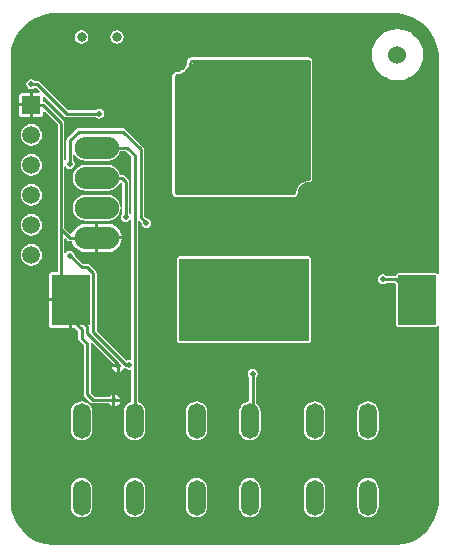
<source format=gbl>
%FSTAX23Y23*%
%MOIN*%
%SFA1B1*%

%IPPOS*%
%ADD15C,0.010000*%
%ADD16C,0.060000*%
%ADD17C,0.059050*%
%ADD18R,0.059050X0.059050*%
%ADD19O,0.059050X0.118110*%
%ADD20C,0.031500*%
%ADD21O,0.148000X0.074000*%
%ADD22C,0.019680*%
%ADD23R,0.125980X0.165350*%
%ADD24R,0.433070X0.275590*%
%ADD25R,0.049210X0.393700*%
%ADD26R,0.059050X0.393700*%
%ADD27R,0.334650X0.442910*%
%LNpcb1-1*%
%LPD*%
G36*
X00147Y01771D02*
X01289D01*
X01308Y01769*
X01327Y01764*
X01344Y01756*
X01361Y01747*
X01377Y01735*
X0139Y01721*
X01402Y01706*
X01412Y01689*
X01419Y01671*
X01424Y01652*
X01427Y01633*
Y01624*
Y00904*
X01422Y00903*
X01421Y00904*
X01417Y00906*
X01291*
X01286Y00904*
X01284Y00899*
Y00897*
X01251*
X01251Y00897*
X01246Y009*
X0124Y00901*
X01233Y009*
X01228Y00897*
X01225Y00892*
X01224Y00885*
X01225Y00879*
X01228Y00874*
X01233Y0087*
X0124Y00869*
X01246Y0087*
X01251Y00874*
X01251Y00874*
X0128*
X01284Y0087*
Y00734*
X01286Y00729*
X01291Y00727*
X01417*
X01421Y00729*
X01422Y0073*
X01427Y00729*
Y00147*
Y00137*
X01424Y00118*
X01419Y001*
X01412Y00082*
X01402Y00065*
X0139Y0005*
X01377Y00036*
X01361Y00024*
X01344Y00014*
X01327Y00007*
X01308Y00002*
X01289Y0*
X00147*
X00137*
X00118Y00002*
X001Y00007*
X00082Y00014*
X00065Y00024*
X0005Y00036*
X00036Y0005*
X00024Y00065*
X00014Y00082*
X00007Y001*
X00002Y00118*
X0Y00137*
Y00147*
Y01624*
Y01633*
X00002Y01652*
X00007Y01671*
X00014Y01689*
X00024Y01706*
X00036Y01721*
X0005Y01735*
X00065Y01747*
X00082Y01756*
X001Y01764*
X00118Y01769*
X00137Y01771*
X00147*
G37*
%LNpcb1-2*%
%LPC*%
G36*
X0119Y00478D02*
X01181Y00477D01*
X01173Y00473*
X01165Y00468*
X01159Y0046*
X01156Y00452*
X01155Y00442*
Y00383*
X01156Y00374*
X01159Y00365*
X01165Y00358*
X01173Y00352*
X01181Y00349*
X0119Y00348*
X012Y00349*
X01208Y00352*
X01216Y00358*
X01221Y00365*
X01225Y00374*
X01226Y00383*
Y00442*
X01225Y00452*
X01221Y0046*
X01216Y00468*
X01208Y00473*
X012Y00477*
X0119Y00478*
G37*
G36*
X00363Y00477D02*
X00349D01*
Y00463*
X00352Y00463*
X00358Y00467*
X00363Y00474*
X00363Y00477*
G37*
G36*
X00807Y00587D02*
X008Y00585D01*
X00795Y00582*
X00792Y00577*
X0079Y0057*
X00792Y00564*
X00795Y00559*
X00795Y00559*
Y00478*
X00787Y00477*
X00779Y00473*
X00771Y00468*
X00766Y0046*
X00762Y00452*
X00761Y00442*
Y00383*
X00762Y00374*
X00766Y00365*
X00771Y00358*
X00779Y00352*
X00787Y00349*
X00797Y00348*
X00806Y00349*
X00815Y00352*
X00822Y00358*
X00828Y00365*
X00831Y00374*
X00833Y00383*
Y00442*
X00831Y00452*
X00828Y0046*
X00822Y00468*
X00818Y00471*
Y00559*
X00818Y00559*
X00822Y00564*
X00823Y0057*
X00822Y00577*
X00818Y00582*
X00813Y00585*
X00807Y00587*
G37*
G36*
X01013Y00478D02*
X01004Y00477D01*
X00995Y00473*
X00988Y00468*
X00982Y0046*
X00979Y00452*
X00977Y00442*
Y00383*
X00979Y00374*
X00982Y00365*
X00988Y00358*
X00995Y00352*
X01004Y00349*
X01013Y00348*
X01023Y00349*
X01031Y00352*
X01039Y00358*
X01044Y00365*
X01048Y00374*
X01049Y00383*
Y00442*
X01048Y00452*
X01044Y0046*
X01039Y00468*
X01031Y00473*
X01023Y00477*
X01013Y00478*
G37*
G36*
X00994Y00961D02*
X00561D01*
X00556Y00959*
X00554Y00954*
Y00679*
X00556Y00674*
X00561Y00672*
X00994*
X00998Y00674*
X01Y00679*
Y00954*
X00998Y00959*
X00994Y00961*
G37*
G36*
X00195Y00811D02*
X00127D01*
Y00734*
X00128Y0073*
X0013Y00727*
X00133Y00724*
X00137Y00724*
X00195*
Y00811*
G37*
G36*
X00349Y00501D02*
Y00487D01*
X00363*
X00363Y0049*
X00358Y00496*
X00352Y005*
X00349Y00501*
G37*
G36*
X00353Y00591D02*
X00339D01*
X00339Y00588*
X00343Y00582*
X0035Y00577*
X00353Y00577*
Y00591*
G37*
G36*
X0062Y00222D02*
X0061Y00221D01*
X00602Y00218*
X00594Y00212*
X00589Y00204*
X00585Y00196*
X00584Y00187*
Y00127*
X00585Y00118*
X00589Y0011*
X00594Y00102*
X00602Y00096*
X0061Y00093*
X0062Y00092*
X00629Y00093*
X00638Y00096*
X00645Y00102*
X00651Y0011*
X00654Y00118*
X00655Y00127*
Y00187*
X00654Y00196*
X00651Y00204*
X00645Y00212*
X00638Y00218*
X00629Y00221*
X0062Y00222*
G37*
G36*
X00797D02*
X00787Y00221D01*
X00779Y00218*
X00771Y00212*
X00766Y00204*
X00762Y00196*
X00761Y00187*
Y00127*
X00762Y00118*
X00766Y0011*
X00771Y00102*
X00779Y00096*
X00787Y00093*
X00797Y00092*
X00806Y00093*
X00815Y00096*
X00822Y00102*
X00828Y0011*
X00831Y00118*
X00833Y00127*
Y00187*
X00831Y00196*
X00828Y00204*
X00822Y00212*
X00815Y00218*
X00806Y00221*
X00797Y00222*
G37*
G36*
X00236D02*
X00226Y00221D01*
X00218Y00218*
X0021Y00212*
X00205Y00204*
X00201Y00196*
X002Y00187*
Y00127*
X00201Y00118*
X00205Y0011*
X0021Y00102*
X00218Y00096*
X00226Y00093*
X00236Y00092*
X00245Y00093*
X00254Y00096*
X00261Y00102*
X00267Y0011*
X0027Y00118*
X00272Y00127*
Y00187*
X0027Y00196*
X00267Y00204*
X00261Y00212*
X00254Y00218*
X00245Y00221*
X00236Y00222*
G37*
G36*
X00413D02*
X00404Y00221D01*
X00395Y00218*
X00388Y00212*
X00382Y00204*
X00378Y00196*
X00377Y00187*
Y00127*
X00378Y00118*
X00382Y0011*
X00388Y00102*
X00395Y00096*
X00404Y00093*
X00413Y00092*
X00422Y00093*
X00431Y00096*
X00438Y00102*
X00444Y0011*
X00448Y00118*
X00449Y00127*
Y00187*
X00448Y00196*
X00444Y00204*
X00438Y00212*
X00431Y00218*
X00422Y00221*
X00413Y00222*
G37*
G36*
X00236Y00478D02*
X00226Y00477D01*
X00218Y00473*
X0021Y00468*
X00205Y0046*
X00201Y00452*
X002Y00442*
Y00383*
X00201Y00374*
X00205Y00365*
X0021Y00358*
X00218Y00352*
X00226Y00349*
X00236Y00348*
X00245Y00349*
X00254Y00352*
X00261Y00358*
X00267Y00365*
X0027Y00374*
X00272Y00383*
Y00442*
X0027Y00452*
X00267Y0046*
X00261Y00468*
X00254Y00473*
X00245Y00477*
X00236Y00478*
G37*
G36*
X0062D02*
X0061Y00477D01*
X00602Y00473*
X00594Y00468*
X00589Y0046*
X00585Y00452*
X00584Y00442*
Y00383*
X00585Y00374*
X00589Y00365*
X00594Y00358*
X00602Y00352*
X0061Y00349*
X0062Y00348*
X00629Y00349*
X00638Y00352*
X00645Y00358*
X00651Y00365*
X00654Y00374*
X00655Y00383*
Y00442*
X00654Y00452*
X00651Y0046*
X00645Y00468*
X00638Y00473*
X00629Y00477*
X0062Y00478*
G37*
G36*
X01013Y00222D02*
X01004Y00221D01*
X00995Y00218*
X00988Y00212*
X00982Y00204*
X00979Y00196*
X00977Y00187*
Y00127*
X00979Y00118*
X00982Y0011*
X00988Y00102*
X00995Y00096*
X01004Y00093*
X01013Y00092*
X01023Y00093*
X01031Y00096*
X01039Y00102*
X01044Y0011*
X01048Y00118*
X01049Y00127*
Y00187*
X01048Y00196*
X01044Y00204*
X01039Y00212*
X01031Y00218*
X01023Y00221*
X01013Y00222*
G37*
G36*
X0119D02*
X01181Y00221D01*
X01173Y00218*
X01165Y00212*
X01159Y00204*
X01156Y00196*
X01155Y00187*
Y00127*
X01156Y00118*
X01159Y0011*
X01165Y00102*
X01173Y00096*
X01181Y00093*
X0119Y00092*
X012Y00093*
X01208Y00096*
X01216Y00102*
X01221Y0011*
X01225Y00118*
X01226Y00127*
Y00187*
X01225Y00196*
X01221Y00204*
X01216Y00212*
X01208Y00218*
X012Y00221*
X0119Y00222*
G37*
G36*
X00063Y01461D02*
X00029D01*
Y01437*
X00029Y01433*
X00032Y01429*
X00035Y01427*
X00039Y01426*
X00063*
Y01461*
G37*
G36*
X00068Y01551D02*
X00062Y0155D01*
X00057Y01546*
X00053Y01541*
X00052Y01535*
X00053Y01529*
X00057Y01524*
X00062Y0152*
X00068Y01519*
X00075Y0152*
X0008Y01524*
X00084Y01523*
X00096Y01511*
X00094Y01506*
X00073*
Y01466*
Y01426*
X00098*
X00102Y01427*
X00105Y01429*
X00107Y01433*
X00108Y01437*
Y01443*
X00113Y01445*
X00156Y01402*
Y01053*
Y00909*
X00137*
X00133Y00909*
X0013Y00906*
X00128Y00903*
X00127Y00899*
Y00821*
X002*
Y00816*
X00205*
Y00724*
X00214*
X00225Y00713*
Y00688*
X00225Y00684*
X00228Y00681*
X00244Y00664*
Y00501*
X00245Y00497*
X00247Y00494*
X00267Y00474*
X00271Y00471*
X00275Y00471*
X00328*
X0033Y00467*
X00336Y00463*
X00339Y00463*
Y00482*
Y00501*
X00336Y005*
X0033Y00496*
X00328Y00493*
X0028*
X00267Y00506*
Y00669*
X00266Y00672*
X00271Y00674*
X0034Y00605*
X00339Y00604*
X00339Y00601*
X00358*
Y00596*
X00363*
Y00577*
X00366Y00577*
X00372Y00582*
X00376Y00588*
X00377Y00588*
X00378Y00589*
X00382Y00589*
X00382Y00588*
X00387Y00585*
X00393Y00584*
X00397Y00584*
X00402Y00581*
Y00476*
X00395Y00473*
X00388Y00468*
X00382Y0046*
X00378Y00452*
X00377Y00442*
Y00383*
X00378Y00374*
X00382Y00365*
X00388Y00358*
X00395Y00352*
X00404Y00349*
X00413Y00348*
X00422Y00349*
X00431Y00352*
X00438Y00358*
X00444Y00365*
X00448Y00374*
X00449Y00383*
Y00442*
X00448Y00452*
X00444Y0046*
X00438Y00468*
X00431Y00473*
X00424Y00476*
Y00587*
X00424Y00587*
X00425Y00591*
Y00609*
X00424Y00613*
X00424Y00613*
Y01078*
X00429Y0108*
X00436Y01073*
X00436Y01072*
X00437Y01066*
X00441Y01061*
X00446Y01057*
X00452Y01056*
X00458Y01057*
X00464Y01061*
X00467Y01066*
X00468Y01072*
X00467Y01079*
X00464Y01084*
X00458Y01087*
X00452Y01088*
X00452Y01088*
X00444Y01097*
Y01318*
X00443Y01323*
X00441Y01326*
X00381Y01385*
X00378Y01388*
X00374Y01389*
X00226*
X00222Y01388*
X00218Y01385*
X00188Y01356*
X00186Y01352*
X00185Y01348*
Y01282*
X00183Y0128*
X00178Y01282*
Y01407*
X00177Y01411*
X00175Y01415*
X00116Y01474*
X00112Y01476*
X00108Y01477*
Y01492*
X00113Y01494*
X00179Y01429*
X00182Y01426*
X00187Y01425*
X00283*
X00283Y01425*
X00289Y01422*
X00295Y0142*
X00301Y01422*
X00306Y01425*
X0031Y0143*
X00311Y01437*
X0031Y01443*
X00306Y01448*
X00301Y01451*
X00295Y01453*
X00289Y01451*
X00283Y01448*
X00283Y01448*
X00191*
X00096Y01543*
X00092Y01545*
X00088Y01546*
X0008*
X0008Y01546*
X00075Y0155*
X00068Y01551*
G37*
G36*
Y01402D02*
X00059Y01401D01*
X0005Y01397*
X00043Y01391*
X00037Y01384*
X00034Y01375*
X00033Y01366*
X00034Y01357*
X00037Y01348*
X00043Y01341*
X0005Y01335*
X00059Y01331*
X00068Y0133*
X00078Y01331*
X00086Y01335*
X00094Y01341*
X00099Y01348*
X00103Y01357*
X00104Y01366*
X00103Y01375*
X00099Y01384*
X00094Y01391*
X00086Y01397*
X00078Y01401*
X00068Y01402*
G37*
G36*
X00063Y01506D02*
X00039D01*
X00035Y01505*
X00032Y01503*
X00029Y01499*
X00029Y01496*
Y01471*
X00063*
Y01506*
G37*
G36*
X00354Y01715D02*
X00353Y01715D01*
X00353Y01715*
X00346Y01714*
X00345Y01713*
X00344Y01713*
X00339Y01709*
X00338Y01708*
X00337Y01707*
X00334Y01702*
X00333Y01701*
X00333Y017*
X00331Y01694*
X00332Y01692*
X00331Y01691*
X00333Y01685*
X00333Y01684*
X00334Y01683*
X00337Y01677*
X00338Y01677*
X00339Y01676*
X00344Y01672*
X00345Y01672*
X00346Y01671*
X00353Y0167*
X00353Y0167*
X00354Y0167*
X00354Y0167*
X00355Y0167*
X00361Y01671*
X00362Y01672*
X00364Y01672*
X00369Y01676*
X0037Y01677*
X00371Y01677*
X00374Y01683*
X00374Y01684*
X00375Y01685*
X00376Y01691*
X00376Y01692*
X00376Y01694*
X00375Y017*
X00374Y01701*
X00374Y01702*
X00371Y01707*
X0037Y01708*
X00369Y01709*
X00364Y01713*
X00362Y01713*
X00361Y01714*
X00355Y01715*
X00354Y01715*
X00354Y01715*
G37*
G36*
X00236D02*
X00235Y01715D01*
X00234Y01715*
X00228Y01714*
X00227Y01713*
X00226Y01713*
X00221Y01709*
X0022Y01708*
X00219Y01707*
X00215Y01702*
X00215Y01701*
X00215Y017*
X00213Y01694*
X00214Y01692*
X00213Y01691*
X00215Y01685*
X00215Y01684*
X00215Y01683*
X00219Y01677*
X0022Y01677*
X00221Y01676*
X00226Y01672*
X00227Y01672*
X00228Y01671*
X00234Y0167*
X00235Y0167*
X00236Y0167*
X00236Y0167*
X00237Y0167*
X00243Y01671*
X00244Y01672*
X00245Y01672*
X00251Y01676*
X00251Y01677*
X00252Y01677*
X00256Y01683*
X00256Y01684*
X00257Y01685*
X00258Y01691*
X00258Y01692*
X00258Y01694*
X00257Y017*
X00256Y01701*
X00256Y01702*
X00252Y01707*
X00251Y01708*
X00251Y01709*
X00245Y01713*
X00244Y01713*
X00243Y01714*
X00237Y01715*
X00236Y01715*
X00236Y01715*
G37*
G36*
X00994Y01625D02*
X006D01*
X00596Y01624*
X00592Y01622*
X0059Y01618*
X00589Y01614*
X00589Y01614*
X00587Y01604*
X00584Y01595*
X0058Y0159*
X00574Y01584*
X0057Y01581*
X00561Y01577*
X00551Y01576*
X00551Y01576*
X00546Y01575*
X00543Y01572*
X0054Y01569*
X00539Y01564*
Y01171*
X0054Y01166*
X00543Y01163*
X00546Y0116*
X00551Y0116*
X00944*
X00949Y0116*
X00952Y01163*
X00955Y01166*
X00956Y01171*
X00956Y01171*
X00957Y01181*
X00961Y0119*
X00967Y01198*
X00975Y01204*
X00984Y01208*
X00989Y01208*
X00994Y01209*
X00998Y0121*
X00998Y0121*
X01002Y01212*
X01004Y01216*
X01005Y0122*
Y01614*
X01004Y01618*
X01002Y01622*
X00998Y01624*
X00994Y01625*
G37*
G36*
X00068Y01302D02*
X00059Y01301D01*
X0005Y01297*
X00043Y01291*
X00037Y01284*
X00034Y01275*
X00033Y01266*
X00034Y01257*
X00037Y01248*
X00043Y01241*
X0005Y01235*
X00059Y01231*
X00068Y0123*
X00078Y01231*
X00086Y01235*
X00094Y01241*
X00099Y01248*
X00103Y01257*
X00104Y01266*
X00103Y01275*
X00099Y01284*
X00094Y01291*
X00086Y01297*
X00078Y01301*
X00068Y01302*
G37*
G36*
Y01102D02*
X00059Y01101D01*
X0005Y01097*
X00043Y01091*
X00037Y01084*
X00034Y01075*
X00033Y01066*
X00034Y01057*
X00037Y01048*
X00043Y01041*
X0005Y01035*
X00059Y01031*
X00068Y0103*
X00078Y01031*
X00086Y01035*
X00094Y01041*
X00099Y01048*
X00103Y01057*
X00104Y01066*
X00103Y01075*
X00099Y01084*
X00094Y01091*
X00086Y01097*
X00078Y01101*
X00068Y01102*
G37*
G36*
Y01002D02*
X00059Y01001D01*
X0005Y00997*
X00043Y00991*
X00037Y00984*
X00034Y00975*
X00033Y00966*
X00034Y00957*
X00037Y00948*
X00043Y00941*
X0005Y00935*
X00059Y00931*
X00068Y0093*
X00078Y00931*
X00086Y00935*
X00094Y00941*
X00099Y00948*
X00103Y00957*
X00104Y00966*
X00103Y00975*
X00099Y00984*
X00094Y00991*
X00086Y00997*
X00078Y01001*
X00068Y01002*
G37*
G36*
X01289Y01719D02*
X01289Y01719D01*
X01288Y01719*
X01273Y01717*
X01272Y01717*
X01272Y01717*
X01257Y01713*
X01256Y01712*
X01256Y01712*
X01242Y01705*
X01241Y01704*
X01241Y01704*
X01229Y01694*
X01228Y01694*
X01228Y01693*
X01218Y01681*
X01218Y01681*
X01217Y0168*
X0121Y01667*
X0121Y01666*
X0121Y01666*
X01205Y01651*
X01205Y0165*
X01205Y01649*
X01203Y01634*
X01203Y01633*
X01203Y01633*
X01205Y01617*
X01205Y01617*
X01205Y01616*
X0121Y01601*
X0121Y01601*
X0121Y016*
X01217Y01586*
X01218Y01586*
X01218Y01585*
X01228Y01573*
X01228Y01573*
X01229Y01572*
X01241Y01563*
X01241Y01562*
X01242Y01562*
X01256Y01555*
X01256Y01554*
X01257Y01554*
X01272Y0155*
X01272Y0155*
X01273Y01549*
X01288Y01548*
X01289Y01548*
X01289Y01548*
X01289Y01548*
X0129Y01548*
X01305Y01549*
X01306Y0155*
X01306Y0155*
X01321Y01554*
X01322Y01554*
X01322Y01555*
X01336Y01562*
X01336Y01562*
X01337Y01563*
X01349Y01572*
X01349Y01573*
X0135Y01573*
X0136Y01585*
X0136Y01586*
X0136Y01586*
X01368Y016*
X01368Y01601*
X01368Y01601*
X01373Y01616*
X01373Y01617*
X01373Y01617*
X01374Y01633*
X01374Y01633*
X01374Y01634*
X01373Y01649*
X01373Y0165*
X01373Y01651*
X01368Y01666*
X01368Y01666*
X01368Y01667*
X0136Y0168*
X0136Y01681*
X0136Y01681*
X0135Y01693*
X01349Y01694*
X01349Y01694*
X01337Y01704*
X01336Y01704*
X01336Y01705*
X01322Y01712*
X01322Y01712*
X01321Y01713*
X01306Y01717*
X01306Y01717*
X01305Y01717*
X0129Y01719*
X01289Y01719*
X01289Y01719*
G37*
G36*
X00068Y01202D02*
X00059Y01201D01*
X0005Y01197*
X00043Y01191*
X00037Y01184*
X00034Y01175*
X00033Y01166*
X00034Y01157*
X00037Y01148*
X00043Y01141*
X0005Y01135*
X00059Y01131*
X00068Y0113*
X00078Y01131*
X00086Y01135*
X00094Y01141*
X00099Y01148*
X00103Y01157*
X00104Y01166*
X00103Y01175*
X00099Y01184*
X00094Y01191*
X00086Y01197*
X00078Y01201*
X00068Y01202*
G37*
%LNpcb1-3*%
%LPD*%
G36*
X00402Y01294D02*
Y01105D01*
X00397Y01103*
X00395Y01105*
Y0121*
X00394Y01214*
X00391Y01218*
X00379Y01231*
X00375Y01233*
X00371Y01234*
X00365*
Y01234*
X00361Y01244*
X00354Y01253*
X00345Y0126*
X00335Y01265*
X00324Y01266*
X0025*
X00238Y01265*
X00228Y0126*
X00219Y01253*
X00212Y01244*
X00208Y01234*
X00206Y01223*
X00208Y01212*
X00212Y01201*
X00219Y01192*
X00228Y01185*
X00238Y01181*
X0025Y01179*
X00324*
X00335Y01181*
X00345Y01185*
X00354Y01192*
X00361Y01201*
X00364Y01207*
X00368Y01208*
X00372Y01204*
Y01104*
X00372Y01103*
X00368Y01098*
X00367Y01092*
X00368Y01086*
X00372Y01081*
X00377Y01077*
X00383Y01076*
X0039Y01077*
X00395Y01081*
X00397Y01083*
X00402Y01082*
Y00619*
X00397Y00615*
X00393Y00616*
X00387Y00615*
X00385Y00614*
X00286Y00713*
Y00905*
X00285Y00909*
X00283Y00913*
X00263Y00933*
X0026Y00935*
X00255Y00936*
X0024*
X00212Y00964*
X00213Y00964*
X00211Y0097*
X00208Y00975*
X00203Y00979*
X00196Y0098*
X0019Y00979*
X00185Y00975*
X00183Y00973*
X00178Y00974*
Y01019*
X00183Y01021*
X00189Y01015*
X00192Y01012*
X00197Y01012*
X00197*
X00204*
X00204Y0101*
X00208Y00999*
X00216Y00989*
X00226Y00982*
X00237Y00977*
X0025Y00975*
X00282*
Y01023*
Y0107*
X0025*
X00237Y01069*
X00226Y01064*
X00216Y01056*
X00208Y01046*
X00205Y01038*
X00199Y01036*
X00178Y01057*
Y01259*
X00183Y01261*
X00185Y01258*
X0019Y01254*
X00196Y01253*
X00203Y01254*
X00208Y01258*
X00211Y01263*
X00213Y01269*
X00211Y01275*
X00208Y01281*
X00208Y01281*
Y01299*
X00209Y013*
X00213Y013*
X00219Y01292*
X00228Y01285*
X00238Y01281*
X0025Y01279*
X00324*
X00335Y01281*
X00345Y01285*
X00354Y01292*
X00361Y01301*
X00365Y01312*
Y01312*
X00384*
X00402Y01294*
G37*
%LNpcb1-4*%
%LPC*%
G36*
X0037Y01018D02*
X00292D01*
Y00975*
X00324*
X00336Y00977*
X00347Y00982*
X00357Y00989*
X00365Y00999*
X00369Y0101*
X0037Y01018*
G37*
G36*
X00324Y01166D02*
X0025D01*
X00238Y01165*
X00228Y0116*
X00219Y01153*
X00212Y01144*
X00208Y01134*
X00206Y01123*
X00208Y01112*
X00212Y01101*
X00219Y01092*
X00228Y01085*
X00238Y01081*
X0025Y01079*
X00324*
X00335Y01081*
X00345Y01085*
X00354Y01092*
X00361Y01101*
X00365Y01112*
X00367Y01123*
X00365Y01134*
X00361Y01144*
X00354Y01153*
X00345Y0116*
X00335Y01165*
X00324Y01166*
G37*
G36*
Y0107D02*
X00292D01*
Y01028*
X0037*
X00369Y01035*
X00365Y01046*
X00357Y01056*
X00347Y01064*
X00336Y01069*
X00324Y0107*
G37*
%LNpcb1-5*%
%LPD*%
G54D15*
X00994Y0122D02*
D01*
X0099Y0122*
X00987Y01219*
X00983Y01219*
X0098Y01218*
X00977Y01217*
X00974Y01216*
X0097Y01214*
X00968Y01212*
X00965Y01211*
X00962Y01208*
X00959Y01206*
X00957Y01204*
X00955Y01201*
X00953Y01198*
X00951Y01195*
X00949Y01192*
X00948Y01189*
X00947Y01186*
X00946Y01183*
X00945Y01179*
X00945Y01176*
X00944Y01172*
X00944Y01171*
X00551Y01564D02*
D01*
X00554Y01565*
X00558Y01565*
X00561Y01566*
X00564Y01566*
X00568Y01567*
X00571Y01569*
X00574Y0157*
X00577Y01572*
X0058Y01574*
X00582Y01576*
X00585Y01578*
X00587Y01581*
X00589Y01583*
X00591Y01586*
X00593Y01589*
X00595Y01592*
X00596Y01595*
X00597Y01598*
X00598Y01602*
X00599Y01605*
X006Y01609*
X006Y01612*
X006Y01614*
X00068Y01535D02*
X00088D01*
X00187Y01437*
X00295*
X01285Y00885D02*
X01354Y00816D01*
X0124Y00885D02*
X01285D01*
X00196Y01269D02*
Y01348D01*
X00226Y01377*
X00374*
X00433Y01318*
Y01092D02*
Y01318D01*
Y01092D02*
X00452Y01072D01*
X00287Y01223D02*
X00371D01*
X00383Y0121*
X00287Y01323D02*
X00389D01*
X00797Y00413D02*
X00807Y00423D01*
Y0057*
X00068Y01366D02*
Y01368D01*
X00167Y0085D02*
X002Y00816D01*
X00167Y0085D02*
Y01053D01*
X00197Y01023D02*
X00287D01*
X00167Y01053D02*
X00197Y01023D01*
X00167Y01053D02*
Y01407D01*
X00108Y01466D02*
X00167Y01407D01*
X00068Y01466D02*
X00108D01*
X00994Y0122D02*
Y01614D01*
X006D02*
X00994D01*
X00954Y0121D02*
X00964Y0122D01*
Y0123*
Y01269*
X00954Y01279D02*
X00964Y01269D01*
X00954Y0122D02*
Y01279D01*
X00944Y0121D02*
X00954Y0122D01*
X00944Y012D02*
Y0121D01*
Y012D02*
X00954Y0121D01*
Y0122*
X00944Y0121D02*
X00954Y0122D01*
X00944Y0121D02*
Y0122D01*
Y01269*
X0062Y01594D02*
X00944Y01269D01*
X0062Y01594D02*
D01*
X0061Y01604D02*
X0062Y01594D01*
X0061Y01604D02*
D01*
X0057Y01564D02*
X0061Y01604D01*
X00561Y01564D02*
X0057D01*
X00561D02*
D01*
X0058*
Y01574*
X0061Y01604*
D01*
X006Y01594D02*
X0061Y01604D01*
X006Y01594D02*
X0061D01*
X0058Y01564D02*
X0061Y01594D01*
X0058Y01564D02*
D01*
D01*
X0061D01*
D01*
X0059D02*
X0061D01*
X0059D02*
X0061Y01584D01*
Y01594*
X0059Y01574D02*
X0061Y01594D01*
X0058Y01574D02*
X0059D01*
X0058D02*
X006D01*
X0061Y01564*
D01*
X006Y01555D02*
X0061Y01564D01*
X006Y01555D02*
X0061D01*
Y01614*
X00551Y01171D02*
X00944D01*
X00551D02*
Y01564D01*
X00196Y00964D02*
X00236Y00925D01*
X00255*
X002Y00783D02*
Y00816D01*
X00275Y00482D02*
X00344D01*
X00255Y00501D02*
X00275Y00482D01*
X002Y00753D02*
X00236Y00718D01*
Y00688D02*
Y00718D01*
Y00688D02*
X00255Y00669D01*
Y00501D02*
Y00669D01*
Y00705D02*
X00358Y00603D01*
X00255Y00705D02*
Y00728D01*
X002Y00783D02*
X00255Y00728D01*
X00275Y00708D02*
X00383Y006D01*
X00275Y00708D02*
Y00905D01*
X00255Y00925D02*
X00275Y00905D01*
X00383Y01092D02*
Y0121D01*
X00358Y00596D02*
Y00603D01*
X00383Y006D02*
X00393D01*
X00389Y01323D02*
X00413Y01299D01*
Y00413D02*
Y0059D01*
X00414Y00591*
Y00609*
X00413Y0061D02*
X00414Y00609D01*
X00413Y0061D02*
Y01299D01*
G54D16*
X01289Y01633D03*
G54D17*
X00068Y00966D03*
Y01066D03*
Y01166D03*
Y01266D03*
Y01366D03*
G54D18*
X00068Y01466D03*
G54D19*
X00797Y00413D03*
Y00157D03*
X0062Y00413D03*
Y00157D03*
X00236D03*
Y00413D03*
X00413Y00157D03*
Y00413D03*
X0119D03*
Y00157D03*
X01013Y00413D03*
Y00157D03*
G54D20*
X00354Y01692D03*
X00236D03*
G54D21*
X00287Y01023D03*
Y01123D03*
Y01223D03*
Y01323D03*
G54D22*
X00068Y01535D03*
X00295Y01437D03*
X0124Y00885D03*
X00196Y01269D03*
X00452Y01072D03*
X00344Y00482D03*
X00807Y0057D03*
X00196Y00964D03*
X00383Y01092D03*
X00358Y00596D03*
X00393Y006D03*
G54D23*
X01354Y00816D03*
X002D03*
G54D24*
X00777Y00816D03*
G54D25*
X00969Y01417D03*
G54D26*
X0058Y01368D03*
G54D27*
X00777Y01392D03*
M02*
</source>
